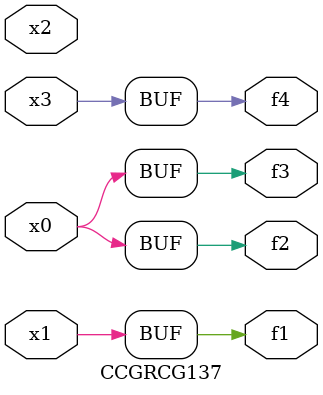
<source format=v>
module CCGRCG137(
	input x0, x1, x2, x3,
	output f1, f2, f3, f4
);
	assign f1 = x1;
	assign f2 = x0;
	assign f3 = x0;
	assign f4 = x3;
endmodule

</source>
